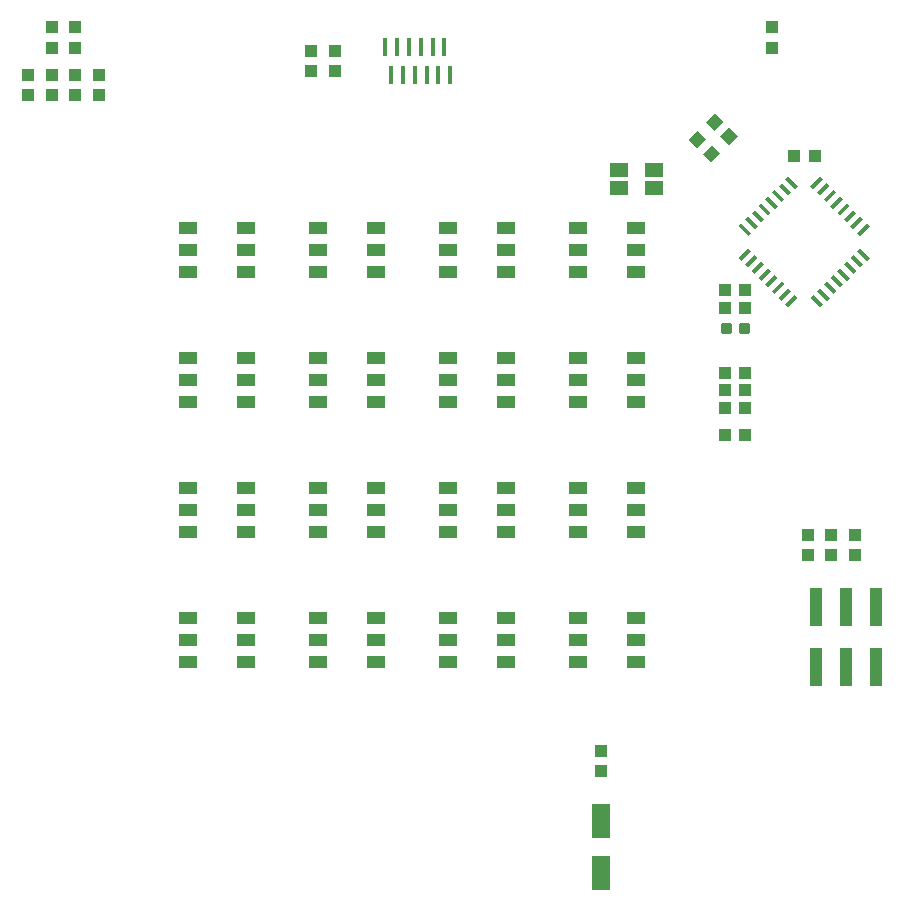
<source format=gbr>
G04 EAGLE Gerber RS-274X export*
G75*
%MOMM*%
%FSLAX34Y34*%
%LPD*%
%INSolderpaste Bottom*%
%IPPOS*%
%AMOC8*
5,1,8,0,0,1.08239X$1,22.5*%
G01*
%ADD10R,1.050000X1.080000*%
%ADD11R,1.000000X1.100000*%
%ADD12R,1.600000X3.000000*%
%ADD13R,1.150000X0.350000*%
%ADD14R,1.100000X1.000000*%
%ADD15R,1.016000X3.302000*%
%ADD16R,1.600000X1.000000*%
%ADD17R,0.400000X1.600000*%
%ADD18C,0.222250*%
%ADD19R,1.600200X1.168400*%


D10*
X717316Y466213D03*
X699816Y466213D03*
D11*
X595000Y176000D03*
X595000Y159000D03*
D12*
X595000Y73000D03*
X595000Y117000D03*
D10*
X717316Y481213D03*
X699816Y481213D03*
X776324Y679289D03*
X758824Y679289D03*
X717316Y551213D03*
X699816Y551213D03*
X717316Y496213D03*
X699816Y496213D03*
X717316Y566213D03*
X699816Y566213D03*
D13*
G36*
X761767Y559694D02*
X753636Y551563D01*
X751161Y554038D01*
X759292Y562169D01*
X761767Y559694D01*
G37*
G36*
X756111Y565351D02*
X747980Y557220D01*
X745505Y559695D01*
X753636Y567826D01*
X756111Y565351D01*
G37*
G36*
X750454Y571008D02*
X742323Y562877D01*
X739848Y565352D01*
X747979Y573483D01*
X750454Y571008D01*
G37*
G36*
X744797Y576665D02*
X736666Y568534D01*
X734191Y571009D01*
X742322Y579140D01*
X744797Y576665D01*
G37*
G36*
X739140Y582322D02*
X731009Y574191D01*
X728534Y576666D01*
X736665Y584797D01*
X739140Y582322D01*
G37*
G36*
X733483Y587979D02*
X725352Y579848D01*
X722877Y582323D01*
X731008Y590454D01*
X733483Y587979D01*
G37*
G36*
X727826Y593636D02*
X719695Y585505D01*
X717220Y587980D01*
X725351Y596111D01*
X727826Y593636D01*
G37*
G36*
X722170Y599292D02*
X714039Y591161D01*
X711564Y593636D01*
X719695Y601767D01*
X722170Y599292D01*
G37*
G36*
X719695Y612375D02*
X711564Y620506D01*
X714039Y622981D01*
X722170Y614850D01*
X719695Y612375D01*
G37*
G36*
X725351Y618032D02*
X717220Y626163D01*
X719695Y628638D01*
X727826Y620507D01*
X725351Y618032D01*
G37*
G36*
X731008Y623688D02*
X722877Y631819D01*
X725352Y634294D01*
X733483Y626163D01*
X731008Y623688D01*
G37*
G36*
X736665Y629345D02*
X728534Y637476D01*
X731009Y639951D01*
X739140Y631820D01*
X736665Y629345D01*
G37*
G36*
X742322Y635002D02*
X734191Y643133D01*
X736666Y645608D01*
X744797Y637477D01*
X742322Y635002D01*
G37*
G36*
X747979Y640659D02*
X739848Y648790D01*
X742323Y651265D01*
X750454Y643134D01*
X747979Y640659D01*
G37*
G36*
X753636Y646316D02*
X745505Y654447D01*
X747980Y656922D01*
X756111Y648791D01*
X753636Y646316D01*
G37*
G36*
X759292Y651973D02*
X751161Y660104D01*
X753636Y662579D01*
X761767Y654448D01*
X759292Y651973D01*
G37*
G36*
X772375Y654448D02*
X780506Y662579D01*
X782981Y660104D01*
X774850Y651973D01*
X772375Y654448D01*
G37*
G36*
X778032Y648791D02*
X786163Y656922D01*
X788638Y654447D01*
X780507Y646316D01*
X778032Y648791D01*
G37*
G36*
X783688Y643134D02*
X791819Y651265D01*
X794294Y648790D01*
X786163Y640659D01*
X783688Y643134D01*
G37*
G36*
X789345Y637477D02*
X797476Y645608D01*
X799951Y643133D01*
X791820Y635002D01*
X789345Y637477D01*
G37*
G36*
X795002Y631820D02*
X803133Y639951D01*
X805608Y637476D01*
X797477Y629345D01*
X795002Y631820D01*
G37*
G36*
X800659Y626163D02*
X808790Y634294D01*
X811265Y631819D01*
X803134Y623688D01*
X800659Y626163D01*
G37*
G36*
X806316Y620507D02*
X814447Y628638D01*
X816922Y626163D01*
X808791Y618032D01*
X806316Y620507D01*
G37*
G36*
X811973Y614850D02*
X820104Y622981D01*
X822579Y620506D01*
X814448Y612375D01*
X811973Y614850D01*
G37*
G36*
X814448Y601767D02*
X822579Y593636D01*
X820104Y591161D01*
X811973Y599292D01*
X814448Y601767D01*
G37*
G36*
X808791Y596111D02*
X816922Y587980D01*
X814447Y585505D01*
X806316Y593636D01*
X808791Y596111D01*
G37*
G36*
X803134Y590454D02*
X811265Y582323D01*
X808790Y579848D01*
X800659Y587979D01*
X803134Y590454D01*
G37*
G36*
X797477Y584797D02*
X805608Y576666D01*
X803133Y574191D01*
X795002Y582322D01*
X797477Y584797D01*
G37*
G36*
X791820Y579140D02*
X799951Y571009D01*
X797476Y568534D01*
X789345Y576665D01*
X791820Y579140D01*
G37*
G36*
X786163Y573483D02*
X794294Y565352D01*
X791819Y562877D01*
X783688Y571008D01*
X786163Y573483D01*
G37*
G36*
X780507Y567826D02*
X788638Y559695D01*
X786163Y557220D01*
X778032Y565351D01*
X780507Y567826D01*
G37*
G36*
X774850Y562169D02*
X782981Y554038D01*
X780506Y551563D01*
X772375Y559694D01*
X774850Y562169D01*
G37*
D11*
X700066Y443713D03*
X717066Y443713D03*
D14*
X810000Y341500D03*
X810000Y358500D03*
X790000Y341500D03*
X790000Y358500D03*
X770000Y341500D03*
X770000Y358500D03*
X740000Y788500D03*
X740000Y771500D03*
D11*
X170000Y748500D03*
X170000Y731500D03*
D14*
X150000Y748500D03*
X150000Y731500D03*
X110000Y731500D03*
X110000Y748500D03*
X130000Y731500D03*
X130000Y748500D03*
X130000Y771500D03*
X130000Y788500D03*
D15*
X827700Y246900D03*
X827700Y297700D03*
X802300Y246900D03*
X802300Y297700D03*
X776900Y246900D03*
X776900Y297700D03*
D16*
X624500Y581500D03*
X624500Y600000D03*
X624500Y618500D03*
X575500Y618500D03*
X575500Y600000D03*
X575500Y581500D03*
X514500Y581500D03*
X514500Y600000D03*
X514500Y618500D03*
X465500Y618500D03*
X465500Y600000D03*
X465500Y581500D03*
X404500Y581500D03*
X404500Y600000D03*
X404500Y618500D03*
X355500Y618500D03*
X355500Y600000D03*
X355500Y581500D03*
X294500Y581500D03*
X294500Y600000D03*
X294500Y618500D03*
X245500Y618500D03*
X245500Y600000D03*
X245500Y581500D03*
X624500Y471500D03*
X624500Y490000D03*
X624500Y508500D03*
X575500Y508500D03*
X575500Y490000D03*
X575500Y471500D03*
X514500Y471500D03*
X514500Y490000D03*
X514500Y508500D03*
X465500Y508500D03*
X465500Y490000D03*
X465500Y471500D03*
X404500Y471500D03*
X404500Y490000D03*
X404500Y508500D03*
X355500Y508500D03*
X355500Y490000D03*
X355500Y471500D03*
X294500Y471500D03*
X294500Y490000D03*
X294500Y508500D03*
X245500Y508500D03*
X245500Y490000D03*
X245500Y471500D03*
X624500Y361500D03*
X624500Y380000D03*
X624500Y398500D03*
X575500Y398500D03*
X575500Y380000D03*
X575500Y361500D03*
X514500Y361500D03*
X514500Y380000D03*
X514500Y398500D03*
X465500Y398500D03*
X465500Y380000D03*
X465500Y361500D03*
X404500Y361500D03*
X404500Y380000D03*
X404500Y398500D03*
X355500Y398500D03*
X355500Y380000D03*
X355500Y361500D03*
X294500Y361500D03*
X294500Y380000D03*
X294500Y398500D03*
X245500Y398500D03*
X245500Y380000D03*
X245500Y361500D03*
X624500Y251500D03*
X624500Y270000D03*
X624500Y288500D03*
X575500Y288500D03*
X575500Y270000D03*
X575500Y251500D03*
X514500Y251500D03*
X514500Y270000D03*
X514500Y288500D03*
X465500Y288500D03*
X465500Y270000D03*
X465500Y251500D03*
X404500Y251500D03*
X404500Y270000D03*
X404500Y288500D03*
X355500Y288500D03*
X355500Y270000D03*
X355500Y251500D03*
X294500Y251500D03*
X294500Y270000D03*
X294500Y288500D03*
X245500Y288500D03*
X245500Y270000D03*
X245500Y251500D03*
D11*
G36*
X676137Y686086D02*
X669066Y693157D01*
X676843Y700934D01*
X683914Y693863D01*
X676137Y686086D01*
G37*
G36*
X688157Y674066D02*
X681086Y681137D01*
X688863Y688914D01*
X695934Y681843D01*
X688157Y674066D01*
G37*
G36*
X691137Y701086D02*
X684066Y708157D01*
X691843Y715934D01*
X698914Y708863D01*
X691137Y701086D01*
G37*
G36*
X703157Y689066D02*
X696086Y696137D01*
X703863Y703914D01*
X710934Y696843D01*
X703157Y689066D01*
G37*
D17*
X412500Y772000D03*
X417500Y748000D03*
X422500Y772000D03*
X427500Y748000D03*
X432500Y772000D03*
X437500Y748000D03*
X442500Y772000D03*
X447500Y748000D03*
X452500Y772000D03*
X457500Y748000D03*
X462500Y772000D03*
X467500Y748000D03*
D14*
X350000Y768500D03*
X350000Y751500D03*
X370000Y768500D03*
X370000Y751500D03*
X150000Y771500D03*
X150000Y788500D03*
D18*
X697612Y530379D02*
X704280Y530379D01*
X697612Y530379D02*
X697612Y537047D01*
X704280Y537047D01*
X704280Y530379D01*
X704280Y532491D02*
X697612Y532491D01*
X697612Y534603D02*
X704280Y534603D01*
X704280Y536715D02*
X697612Y536715D01*
X712852Y530379D02*
X719520Y530379D01*
X712852Y530379D02*
X712852Y537047D01*
X719520Y537047D01*
X719520Y530379D01*
X719520Y532491D02*
X712852Y532491D01*
X712852Y534603D02*
X719520Y534603D01*
X719520Y536715D02*
X712852Y536715D01*
D19*
X640000Y667620D03*
X640000Y652380D03*
X610000Y667620D03*
X610000Y652380D03*
M02*

</source>
